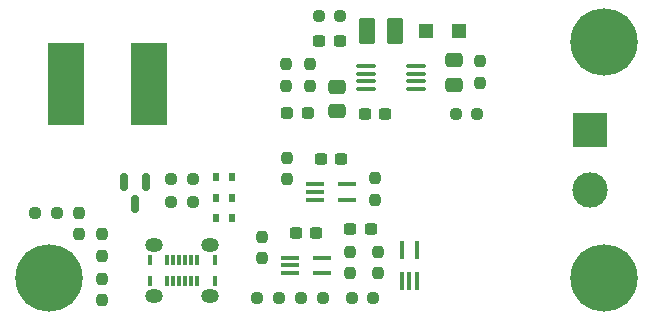
<source format=gbr>
%TF.GenerationSoftware,KiCad,Pcbnew,(6.0.6-0)*%
%TF.CreationDate,2022-07-30T19:28:33+02:00*%
%TF.ProjectId,smoke_extractorV1_1,736d6f6b-655f-4657-9874-726163746f72,rev?*%
%TF.SameCoordinates,Original*%
%TF.FileFunction,Soldermask,Top*%
%TF.FilePolarity,Negative*%
%FSLAX46Y46*%
G04 Gerber Fmt 4.6, Leading zero omitted, Abs format (unit mm)*
G04 Created by KiCad (PCBNEW (6.0.6-0)) date 2022-07-30 19:28:33*
%MOMM*%
%LPD*%
G01*
G04 APERTURE LIST*
G04 Aperture macros list*
%AMRoundRect*
0 Rectangle with rounded corners*
0 $1 Rounding radius*
0 $2 $3 $4 $5 $6 $7 $8 $9 X,Y pos of 4 corners*
0 Add a 4 corners polygon primitive as box body*
4,1,4,$2,$3,$4,$5,$6,$7,$8,$9,$2,$3,0*
0 Add four circle primitives for the rounded corners*
1,1,$1+$1,$2,$3*
1,1,$1+$1,$4,$5*
1,1,$1+$1,$6,$7*
1,1,$1+$1,$8,$9*
0 Add four rect primitives between the rounded corners*
20,1,$1+$1,$2,$3,$4,$5,0*
20,1,$1+$1,$4,$5,$6,$7,0*
20,1,$1+$1,$6,$7,$8,$9,0*
20,1,$1+$1,$8,$9,$2,$3,0*%
%AMFreePoly0*
4,1,5,3.500000,-1.500000,-3.500000,-1.500000,-3.500000,1.500000,3.500000,1.500000,3.500000,-1.500000,3.500000,-1.500000,$1*%
G04 Aperture macros list end*
%ADD10C,5.700000*%
%ADD11R,3.000000X3.000000*%
%ADD12C,3.000000*%
%ADD13R,0.400000X1.500000*%
%ADD14RoundRect,0.237500X-0.250000X-0.237500X0.250000X-0.237500X0.250000X0.237500X-0.250000X0.237500X0*%
%ADD15RoundRect,0.237500X0.300000X0.237500X-0.300000X0.237500X-0.300000X-0.237500X0.300000X-0.237500X0*%
%ADD16R,0.600000X0.700000*%
%ADD17RoundRect,0.237500X-0.237500X0.250000X-0.237500X-0.250000X0.237500X-0.250000X0.237500X0.250000X0*%
%ADD18FreePoly0,270.000000*%
%ADD19RoundRect,0.237500X0.250000X0.237500X-0.250000X0.237500X-0.250000X-0.237500X0.250000X-0.237500X0*%
%ADD20RoundRect,0.250000X-0.475000X0.337500X-0.475000X-0.337500X0.475000X-0.337500X0.475000X0.337500X0*%
%ADD21RoundRect,0.237500X0.237500X-0.250000X0.237500X0.250000X-0.237500X0.250000X-0.237500X-0.250000X0*%
%ADD22RoundRect,0.100000X-0.712500X-0.100000X0.712500X-0.100000X0.712500X0.100000X-0.712500X0.100000X0*%
%ADD23RoundRect,0.237500X-0.300000X-0.237500X0.300000X-0.237500X0.300000X0.237500X-0.300000X0.237500X0*%
%ADD24RoundRect,0.250001X-0.462499X-0.849999X0.462499X-0.849999X0.462499X0.849999X-0.462499X0.849999X0*%
%ADD25O,1.500000X1.200000*%
%ADD26R,0.300000X0.870000*%
%ADD27RoundRect,0.237500X0.287500X0.237500X-0.287500X0.237500X-0.287500X-0.237500X0.287500X-0.237500X0*%
%ADD28R,1.500000X0.400000*%
%ADD29R,1.200000X1.200000*%
%ADD30RoundRect,0.150000X-0.150000X0.587500X-0.150000X-0.587500X0.150000X-0.587500X0.150000X0.587500X0*%
G04 APERTURE END LIST*
D10*
%TO.C,H2*%
X142750000Y-99500000D03*
%TD*%
D11*
%TO.C,J2*%
X141500000Y-106960000D03*
D12*
X141500000Y-112040000D03*
%TD*%
D13*
%TO.C,U4*%
X125600000Y-119780000D03*
X126250000Y-119780000D03*
X126900000Y-119780000D03*
X126900000Y-117120000D03*
X125600000Y-117120000D03*
%TD*%
D14*
%TO.C,R15*%
X118568701Y-97362500D03*
X120393701Y-97362500D03*
%TD*%
D15*
%TO.C,C4*%
X120343701Y-99462500D03*
X118618701Y-99462500D03*
%TD*%
D14*
%TO.C,R9*%
X107912500Y-113050000D03*
X106087500Y-113050000D03*
%TD*%
D10*
%TO.C,H1*%
X95750000Y-119500000D03*
%TD*%
D16*
%TO.C,D2*%
X109850000Y-112750000D03*
X111250000Y-112750000D03*
%TD*%
D17*
%TO.C,R13*%
X115869531Y-109325000D03*
X115869531Y-111150000D03*
%TD*%
D18*
%TO.C,U2*%
X97195000Y-103095000D03*
X104195000Y-103095000D03*
%TD*%
D19*
%TO.C,R17*%
X131979540Y-105651654D03*
X130154540Y-105651654D03*
%TD*%
D20*
%TO.C,C5*%
X130000000Y-101079091D03*
X130000000Y-103154091D03*
%TD*%
D14*
%TO.C,R3*%
X117087500Y-121200000D03*
X118912500Y-121200000D03*
%TD*%
D21*
%TO.C,R18*%
X123600000Y-119112500D03*
X123600000Y-117287500D03*
%TD*%
%TO.C,R6*%
X121250000Y-119112500D03*
X121250000Y-117287500D03*
%TD*%
D22*
%TO.C,U3*%
X122581201Y-101566591D03*
X122581201Y-102216591D03*
X122581201Y-102866591D03*
X122581201Y-103516591D03*
X126806201Y-103516591D03*
X126806201Y-102866591D03*
X126806201Y-102216591D03*
X126806201Y-101566591D03*
%TD*%
D21*
%TO.C,R5*%
X113750000Y-117862500D03*
X113750000Y-116037500D03*
%TD*%
D23*
%TO.C,C6*%
X121237500Y-115400000D03*
X122962500Y-115400000D03*
%TD*%
D24*
%TO.C,L1*%
X122668701Y-98616591D03*
X124993701Y-98616591D03*
%TD*%
D14*
%TO.C,R10*%
X106087500Y-111150000D03*
X107912500Y-111150000D03*
%TD*%
D16*
%TO.C,D3*%
X109850000Y-111000000D03*
X111250000Y-111000000D03*
%TD*%
D25*
%TO.C,J1*%
X104600000Y-116750000D03*
X104600000Y-121050000D03*
X109400000Y-116750000D03*
X109400000Y-121050000D03*
D26*
X109750000Y-118000000D03*
X108250000Y-118000000D03*
X107750000Y-118000000D03*
X107250000Y-118000000D03*
X106750000Y-118000000D03*
X106250000Y-118000000D03*
X105750000Y-118000000D03*
X104250000Y-118000000D03*
X104250000Y-119800000D03*
X105750000Y-119800000D03*
X106250000Y-119800000D03*
X106750000Y-119800000D03*
X107250000Y-119800000D03*
X107750000Y-119800000D03*
X108250000Y-119800000D03*
X109750000Y-119800000D03*
%TD*%
D27*
%TO.C,D4*%
X117656201Y-105512500D03*
X115906201Y-105512500D03*
%TD*%
D20*
%TO.C,C2*%
X120098241Y-103330745D03*
X120098241Y-105405745D03*
%TD*%
D21*
%TO.C,R2*%
X100250000Y-121412500D03*
X100250000Y-119587500D03*
%TD*%
D15*
%TO.C,C7*%
X120462500Y-109487500D03*
X118737500Y-109487500D03*
%TD*%
%TO.C,C3*%
X124210741Y-105618245D03*
X122485741Y-105618245D03*
%TD*%
D17*
%TO.C,R16*%
X132250000Y-101187500D03*
X132250000Y-103012500D03*
%TD*%
D28*
%TO.C,U5*%
X118289531Y-111587500D03*
X118289531Y-112237500D03*
X118289531Y-112887500D03*
X120949531Y-112887500D03*
X120949531Y-111587500D03*
%TD*%
D21*
%TO.C,R19*%
X123369531Y-112900000D03*
X123369531Y-111075000D03*
%TD*%
D29*
%TO.C,D5*%
X130481201Y-98616591D03*
X127681201Y-98616591D03*
%TD*%
D14*
%TO.C,R8*%
X94587500Y-114000000D03*
X96412500Y-114000000D03*
%TD*%
D17*
%TO.C,R7*%
X98300000Y-113987500D03*
X98300000Y-115812500D03*
%TD*%
D28*
%TO.C,U1*%
X116170000Y-117800000D03*
X116170000Y-118450000D03*
X116170000Y-119100000D03*
X118830000Y-119100000D03*
X118830000Y-117800000D03*
%TD*%
D15*
%TO.C,C1*%
X118362500Y-115700000D03*
X116637500Y-115700000D03*
%TD*%
D14*
%TO.C,R4*%
X113337500Y-121200000D03*
X115162500Y-121200000D03*
%TD*%
D17*
%TO.C,R12*%
X115831201Y-101437500D03*
X115831201Y-103262500D03*
%TD*%
D16*
%TO.C,D1*%
X109850000Y-114450000D03*
X111250000Y-114450000D03*
%TD*%
D30*
%TO.C,Q1*%
X103950000Y-111412500D03*
X102050000Y-111412500D03*
X103000000Y-113287500D03*
%TD*%
D10*
%TO.C,H3*%
X142750000Y-119500000D03*
%TD*%
D17*
%TO.C,R14*%
X117831201Y-101437500D03*
X117831201Y-103262500D03*
%TD*%
D21*
%TO.C,R1*%
X100250000Y-117662500D03*
X100250000Y-115837500D03*
%TD*%
D19*
%TO.C,R11*%
X123187500Y-121200000D03*
X121362500Y-121200000D03*
%TD*%
M02*

</source>
